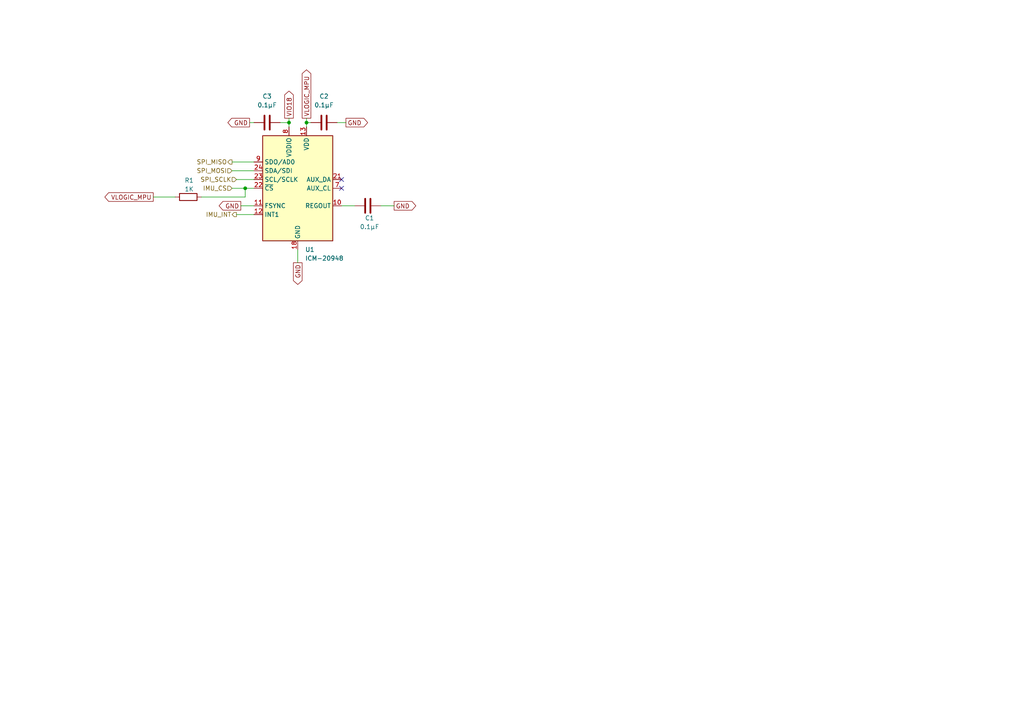
<source format=kicad_sch>
(kicad_sch (version 20250114) (generator "eeschema") (generator_version "9.0")
  (paper "A4")
  (lib_symbols
    (symbol "Device:C" (pin_numbers (hide yes)) (pin_names (offset 0.254))
      (property "Reference" "C" (at 0.635 2.54 0))
      (property "Value" "C" (at 0.635 -2.54 0))
      (symbol "C_0_1"
        (polyline (pts (xy -2.032 0.762) (xy 2.032 0.762)) (stroke (width 0.508)))
        (polyline (pts (xy -2.032 -0.762) (xy 2.032 -0.762)) (stroke (width 0.508)))
      )
      (symbol "C_1_1"
        (pin passive line (at 0 3.81 270) (length 2.794) (name "~") (number "1"))
        (pin passive line (at 0 -3.81 90) (length 2.794) (name "~") (number "2"))
      )
    )
    (symbol "Device:R" (pin_numbers (hide yes)) (pin_names (offset 0))
      (property "Reference" "R" (at 2.032 0 90))
      (property "Value" "R" (at 0 0 90))
      (symbol "R_0_1"
        (rectangle (start -1.016 -2.54) (end 1.016 2.54) (stroke (width 0.254)))
      )
      (symbol "R_1_1"
        (pin passive line (at 0 3.81 270) (length 1.27) (name "~") (number "1"))
        (pin passive line (at 0 -3.81 90) (length 1.27) (name "~") (number "2"))
      )
    )
    (symbol "Sensor_Motion:ICM-20948"
      (property "Reference" "U" (at -11.43 16.51 0))
      (property "Value" "ICM-20948" (at 7.62 -16.51 0))
      (symbol "ICM-20948_0_1"
        (rectangle (start -10.16 15.24) (end 10.16 -15.24) (stroke (width 0.254)) (fill (type background)))
      )
      (symbol "ICM-20948_1_1"
        (pin bidirectional line (at -12.7 7.62 0) (length 2.54) (name "SDO/AD0") (number "9"))
        (pin bidirectional line (at -12.7 5.08 0) (length 2.54) (name "SDA/SDI") (number "24"))
        (pin input line (at -12.7 2.54 0) (length 2.54) (name "SCL/SCLK") (number "23"))
        (pin input line (at -12.7 0 0) (length 2.54) (name "~{CS}") (number "22"))
        (pin input line (at -12.7 -5.08 0) (length 2.54) (name "FSYNC") (number "11"))
        (pin output line (at -12.7 -7.62 0) (length 2.54) (name "INT1") (number "12"))
        (pin no_connect line (at -10.16 12.7 0) (length 2.54) (hide yes) (name "NC") (number "1"))
        (pin no_connect line (at -10.16 10.16 0) (length 2.54) (hide yes) (name "NC") (number "2"))
        (pin no_connect line (at -10.16 -2.54 0) (length 2.54) (hide yes) (name "NC") (number "3"))
        (pin no_connect line (at -10.16 -10.16 0) (length 2.54) (hide yes) (name "NC") (number "4"))
        (pin no_connect line (at -10.16 -12.7 0) (length 2.54) (hide yes) (name "NC") (number "5"))
        (pin power_in line (at -2.54 17.78 270) (length 2.54) (name "VDDIO") (number "8"))
        (pin power_in line (at 0 -17.78 90) (length 2.54) (name "GND") (number "18"))
        (pin passive line (at 0 -17.78 90) (length 2.54) (hide yes) (name "GND") (number "20"))
        (pin power_in line (at 2.54 17.78 270) (length 2.54) (name "VDD") (number "13"))
        (pin no_connect line (at 10.16 10.16 180) (length 2.54) (hide yes) (name "NC") (number "6"))
        (pin no_connect line (at 10.16 7.62 180) (length 2.54) (hide yes) (name "NC") (number "14"))
        (pin no_connect line (at 10.16 5.08 180) (length 2.54) (hide yes) (name "NC") (number "15"))
        (pin no_connect line (at 10.16 -7.62 180) (length 2.54) (hide yes) (name "NC") (number "16"))
        (pin no_connect line (at 10.16 -10.16 180) (length 2.54) (hide yes) (name "NC") (number "17"))
        (pin no_connect line (at 10.16 -12.7 180) (length 2.54) (hide yes) (name "RESV") (number "19"))
        (pin bidirectional line (at 12.7 2.54 180) (length 2.54) (name "AUX_DA") (number "21"))
        (pin output line (at 12.7 0 180) (length 2.54) (name "AUX_CL") (number "7"))
        (pin passive line (at 12.7 -5.08 180) (length 2.54) (name "REGOUT") (number "10"))
      )
    )
  )
  (junction (at 88.9 35.56))
  (junction (at 83.82 35.56))
  (junction (at 71.12 54.61))
  (no_connect (at 99.06 52.07))
  (no_connect (at 99.06 54.61))
  (wire (pts (xy 58.42 57.15) (xy 71.12 57.15)))
  (wire (pts (xy 67.31 46.99) (xy 73.66 46.99)))
  (wire (pts (xy 99.06 59.69) (xy 102.87 59.69)))
  (wire (pts (xy 71.12 57.15) (xy 71.12 54.61)))
  (wire (pts (xy 72.39 35.56) (xy 73.66 35.56)))
  (wire (pts (xy 88.9 35.56) (xy 90.17 35.56)))
  (wire (pts (xy 68.58 52.07) (xy 73.66 52.07)))
  (wire (pts (xy 68.58 62.23) (xy 73.66 62.23)))
  (wire (pts (xy 83.82 35.56) (xy 83.82 36.83)))
  (wire (pts (xy 71.12 54.61) (xy 73.66 54.61)))
  (wire (pts (xy 88.9 34.29) (xy 88.9 35.56)))
  (wire (pts (xy 67.31 49.53) (xy 73.66 49.53)))
  (wire (pts (xy 44.45 57.15) (xy 50.8 57.15)))
  (wire (pts (xy 67.31 54.61) (xy 71.12 54.61)))
  (wire (pts (xy 97.79 35.56) (xy 100.33 35.56)))
  (wire (pts (xy 69.85 59.69) (xy 73.66 59.69)))
  (wire (pts (xy 110.49 59.69) (xy 114.3 59.69)))
  (wire (pts (xy 81.28 35.56) (xy 83.82 35.56)))
  (wire (pts (xy 86.36 72.39) (xy 86.36 76.2)))
  (wire (pts (xy 83.82 34.29) (xy 83.82 35.56)))
  (wire (pts (xy 88.9 35.56) (xy 88.9 36.83)))
  (global_label "GND" (shape output) (at 69.85 59.69 180) (property "Intersheetrefs" "${INTERSHEET_REFS}" (effects (hide yes))))
  (global_label "GND" (shape output) (at 114.3 59.69 0) (property "Intersheetrefs" "${INTERSHEET_REFS}" (effects (hide yes))))
  (global_label "GND" (shape output) (at 72.39 35.56 180) (property "Intersheetrefs" "${INTERSHEET_REFS}" (effects (hide yes))))
  (global_label "GND" (shape output) (at 100.33 35.56 0) (property "Intersheetrefs" "${INTERSHEET_REFS}" (effects (hide yes))))
  (global_label "VIO18" (shape output) (at 83.82 34.29 90) (property "Intersheetrefs" "${INTERSHEET_REFS}" (effects (hide yes))))
  (global_label "VLOGIC_MPU" (shape output) (at 88.9 34.29 90) (property "Intersheetrefs" "${INTERSHEET_REFS}" (effects (hide yes))))
  (global_label "VLOGIC_MPU" (shape output) (at 44.45 57.15 180) (property "Intersheetrefs" "${INTERSHEET_REFS}" (effects (hide yes))))
  (global_label "GND" (shape output) (at 86.36 76.2 270) (property "Intersheetrefs" "${INTERSHEET_REFS}" (effects (hide yes))))
  (hierarchical_label "SPI_SCLK" (shape input) (at 68.58 52.07 180))
  (hierarchical_label "SPI_MOSI" (shape input) (at 67.31 49.53 180))
  (hierarchical_label "SPI_MISO" (shape output) (at 67.31 46.99 180))
  (hierarchical_label "IMU_INT" (shape output) (at 68.58 62.23 180))
  (hierarchical_label "IMU_CS" (shape input) (at 67.31 54.61 180))
  (symbol (lib_id "Device:C") (at 106.68 59.69 270) (unit 1)
    (property "Reference" "C1" (at 107.188 63.246 90))
    (property "Value" "0.1µF" (at 107.188 65.786 90))
    (property "Footprint" "Capacitor_SMD:C_0603_1608Metric" (effects (hide yes)))
    (property "Description" "Unpolarized capacitor" (effects (hide yes)))
  )
  (symbol (lib_id "Device:R") (at 54.61 57.15 270) (unit 1)
    (property "Reference" "R1" (at 54.864 52.324 90))
    (property "Value" "1K" (at 54.864 54.864 90))
    (property "Footprint" "Resistor_SMD:R_0603_1608Metric" (effects (hide yes)))
    (property "Description" "Resistor" (effects (hide yes)))
  )
  (symbol (lib_id "Device:C") (at 77.47 35.56 270) (unit 1)
    (property "Reference" "C3" (at 77.47 27.94 90))
    (property "Value" "0.1µF" (at 77.47 30.48 90))
    (property "Footprint" "Capacitor_SMD:C_0603_1608Metric" (effects (hide yes)))
    (property "Description" "Unpolarized capacitor" (effects (hide yes)))
  )
  (symbol (lib_id "Device:C") (at 93.98 35.56 270) (unit 1)
    (property "Reference" "C2" (at 93.98 27.94 90))
    (property "Value" "0.1µF" (at 93.98 30.48 90))
    (property "Footprint" "Capacitor_SMD:C_0603_1608Metric" (effects (hide yes)))
    (property "Description" "Unpolarized capacitor" (effects (hide yes)))
  )
  (symbol (lib_id "Sensor_Motion:ICM-20948") (at 86.36 54.61 0) (unit 1)
    (property "Reference" "U1" (at 88.5033 72.39 0) (effects (justify left)))
    (property "Value" "ICM-20948" (at 88.5033 74.93 0) (effects (justify left)))
    (property "Footprint" "Sensor_Motion:InvenSense_QFN-24_3x3mm_P0.4mm" (effects (hide yes)))
    (property "Datasheet" "http://www.invensense.com/wp-content/uploads/2016/06/DS-000189-ICM-20948-v1.3.pdf" (effects (hide yes)))
    (property "Description" "InvenSense 9-Axis Motion Sensor, Accelerometer, Gyroscope, Compass, I2C/SPI, QFN-24" (effects (hide yes)))
  )
)
</source>
